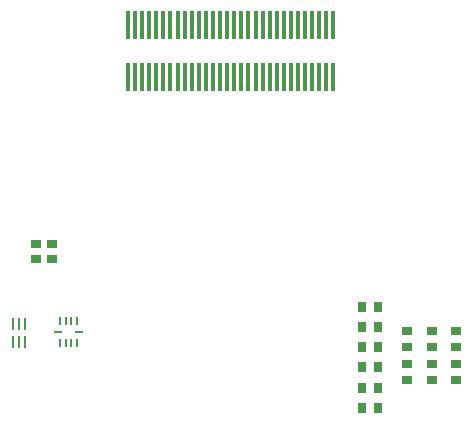
<source format=gtp>
G75*
%MOIN*%
%OFA0B0*%
%FSLAX25Y25*%
%IPPOS*%
%LPD*%
%AMOC8*
5,1,8,0,0,1.08239X$1,22.5*
%
%ADD10R,0.00984X0.02953*%
%ADD11R,0.02953X0.00984*%
%ADD12R,0.01378X0.09646*%
%ADD13R,0.01000X0.04400*%
%ADD14R,0.03543X0.02756*%
%ADD15R,0.02756X0.03543*%
D10*
X0028264Y0042320D03*
X0030233Y0042320D03*
X0032201Y0042320D03*
X0034170Y0042320D03*
X0034170Y0049406D03*
X0032201Y0049406D03*
X0030233Y0049406D03*
X0028264Y0049406D03*
D11*
X0027674Y0045863D03*
X0034760Y0045863D03*
D12*
X0051052Y0130835D03*
X0053414Y0130835D03*
X0055776Y0130835D03*
X0058138Y0130835D03*
X0060501Y0130835D03*
X0062863Y0130835D03*
X0065225Y0130835D03*
X0067587Y0130835D03*
X0069949Y0130835D03*
X0072312Y0130835D03*
X0074674Y0130835D03*
X0077036Y0130835D03*
X0079398Y0130835D03*
X0081760Y0130835D03*
X0084123Y0130835D03*
X0086485Y0130835D03*
X0088847Y0130835D03*
X0091209Y0130835D03*
X0093571Y0130835D03*
X0095934Y0130835D03*
X0098296Y0130835D03*
X0100658Y0130835D03*
X0103020Y0130835D03*
X0105382Y0130835D03*
X0107745Y0130835D03*
X0110107Y0130835D03*
X0112469Y0130835D03*
X0114831Y0130835D03*
X0117193Y0130835D03*
X0119556Y0130835D03*
X0119556Y0148355D03*
X0117193Y0148355D03*
X0114831Y0148355D03*
X0112469Y0148355D03*
X0110107Y0148355D03*
X0107745Y0148355D03*
X0105382Y0148355D03*
X0103020Y0148355D03*
X0100658Y0148355D03*
X0098296Y0148355D03*
X0095934Y0148355D03*
X0093571Y0148355D03*
X0091209Y0148355D03*
X0088847Y0148355D03*
X0086485Y0148355D03*
X0084123Y0148355D03*
X0081760Y0148355D03*
X0079398Y0148355D03*
X0077036Y0148355D03*
X0074674Y0148355D03*
X0072312Y0148355D03*
X0069949Y0148355D03*
X0067587Y0148355D03*
X0065225Y0148355D03*
X0062863Y0148355D03*
X0060501Y0148355D03*
X0058138Y0148355D03*
X0055776Y0148355D03*
X0053414Y0148355D03*
X0051052Y0148355D03*
D13*
X0012650Y0042632D03*
X0014650Y0042632D03*
X0016650Y0042632D03*
X0016650Y0048432D03*
X0014650Y0048432D03*
X0012650Y0048432D03*
D14*
X0020343Y0070107D03*
X0020343Y0075225D03*
X0025855Y0075225D03*
X0025855Y0070107D03*
X0143965Y0046091D03*
X0143965Y0040973D03*
X0143965Y0035068D03*
X0143965Y0029950D03*
X0152233Y0029950D03*
X0152233Y0035068D03*
X0152233Y0040973D03*
X0152233Y0046091D03*
X0160501Y0046091D03*
X0160501Y0040973D03*
X0160501Y0035068D03*
X0160501Y0029950D03*
D15*
X0134319Y0027391D03*
X0129201Y0027391D03*
X0129201Y0034083D03*
X0134319Y0034083D03*
X0134319Y0040776D03*
X0129201Y0040776D03*
X0129201Y0047469D03*
X0134319Y0047469D03*
X0134319Y0054162D03*
X0129201Y0054162D03*
X0129201Y0020698D03*
X0134319Y0020698D03*
M02*

</source>
